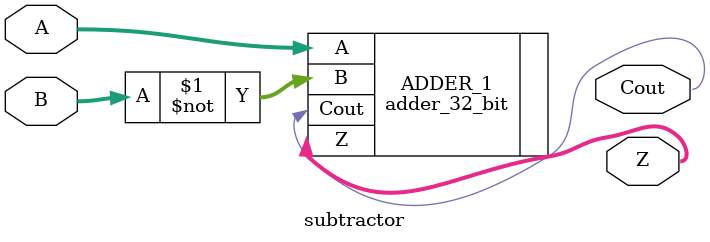
<source format=v>
`timescale 1ns / 1ps
`default_nettype none //helps catch typo-related bugs
module subtractor(A, B, Cout, Z);

	//parameter definitions
	parameter N = 32;
	
	//inputs and output
	input wire [N-1:0] A, B;
	output wire [N-1:0] Z;
	output wire Cout;
	
	// Invert B and pass Cin = 1
	adder_32_bit #(.Cin(1)) ADDER_1 (.A(A), .B(~B), .Cout(Cout), .Z(Z));



endmodule
`default_nettype wire //some Xilinx IP requires that the default_nettype be set to wire

</source>
